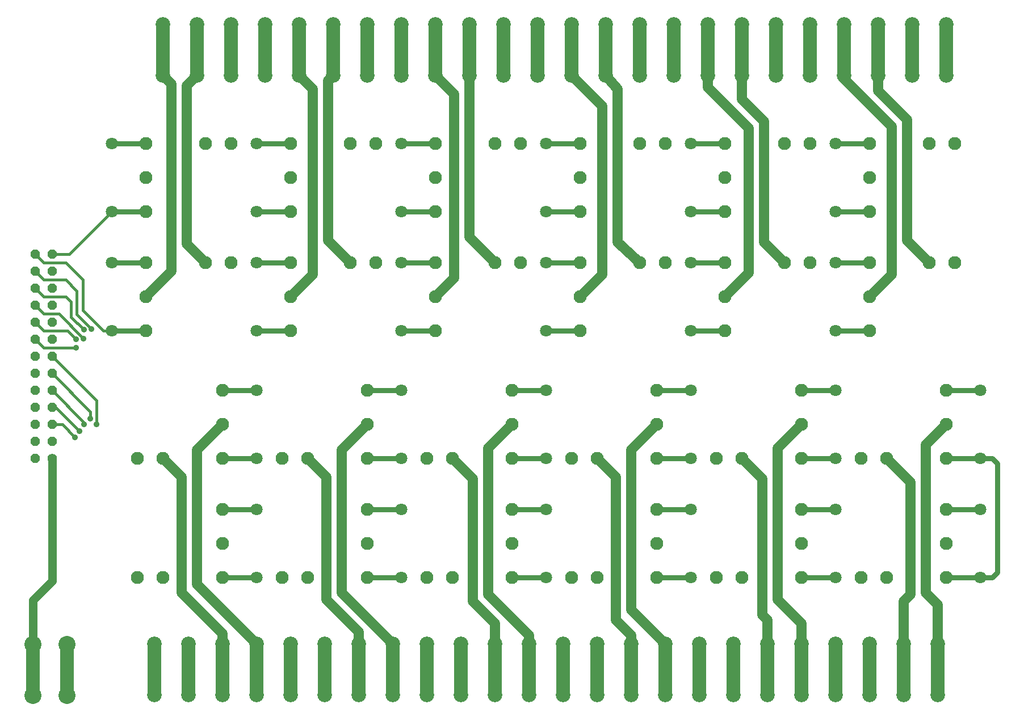
<source format=gbl>
G75*
%MOIN*%
%OFA0B0*%
%FSLAX25Y25*%
%IPPOS*%
%LPD*%
%AMOC8*
5,1,8,0,0,1.08239X$1,22.5*
%
%ADD10C,0.05600*%
%ADD11OC8,0.05600*%
%ADD12C,0.07087*%
%ADD13C,0.07677*%
%ADD14C,0.10000*%
%ADD15C,0.08600*%
%ADD16C,0.03000*%
%ADD17C,0.08000*%
%ADD18C,0.05000*%
%ADD19C,0.06000*%
%ADD20C,0.03569*%
%ADD21C,0.01600*%
D10*
X0062838Y0175744D03*
D11*
X0052838Y0175744D03*
X0052838Y0185744D03*
X0062838Y0185744D03*
X0062838Y0195744D03*
X0052838Y0195744D03*
X0052838Y0205744D03*
X0062838Y0205744D03*
X0062838Y0215744D03*
X0052838Y0215744D03*
X0052838Y0225744D03*
X0062838Y0225744D03*
X0062838Y0235744D03*
X0052838Y0235744D03*
X0052838Y0245744D03*
X0062838Y0245744D03*
X0062838Y0255744D03*
X0052838Y0255744D03*
X0052838Y0265744D03*
X0062838Y0265744D03*
X0062838Y0275744D03*
X0052838Y0275744D03*
X0052838Y0285744D03*
X0062838Y0285744D03*
X0062838Y0295744D03*
X0052838Y0295744D03*
D12*
X0097838Y0290744D03*
X0097838Y0320744D03*
X0097838Y0360744D03*
X0182838Y0360744D03*
X0182838Y0320744D03*
X0182838Y0290744D03*
X0182838Y0250744D03*
X0182838Y0215744D03*
X0182838Y0175744D03*
X0182838Y0145744D03*
X0182838Y0105744D03*
X0267838Y0105744D03*
X0267838Y0145744D03*
X0267838Y0175744D03*
X0267838Y0215744D03*
X0267838Y0250744D03*
X0267838Y0290744D03*
X0267838Y0320744D03*
X0267838Y0360744D03*
X0352838Y0360744D03*
X0352838Y0320744D03*
X0352838Y0290744D03*
X0352838Y0250744D03*
X0352838Y0215744D03*
X0352838Y0175744D03*
X0352838Y0145744D03*
X0352838Y0105744D03*
X0437838Y0105744D03*
X0437838Y0145744D03*
X0437838Y0175744D03*
X0437838Y0215744D03*
X0437838Y0250744D03*
X0437838Y0290744D03*
X0437838Y0320744D03*
X0437838Y0360744D03*
X0522838Y0360744D03*
X0522838Y0320744D03*
X0522838Y0290744D03*
X0522838Y0250744D03*
X0522838Y0215744D03*
X0522838Y0175744D03*
X0522838Y0145744D03*
X0522838Y0105744D03*
X0607838Y0105744D03*
X0607838Y0145744D03*
X0607838Y0175744D03*
X0607838Y0215744D03*
X0097838Y0250744D03*
D13*
X0117838Y0250744D03*
X0117838Y0270744D03*
X0117838Y0290744D03*
X0152838Y0290744D03*
X0167838Y0290744D03*
X0202838Y0290744D03*
X0202838Y0270744D03*
X0202838Y0250744D03*
X0162838Y0215744D03*
X0162838Y0195744D03*
X0162838Y0175744D03*
X0197838Y0175744D03*
X0212838Y0175744D03*
X0247838Y0175744D03*
X0247838Y0195744D03*
X0247838Y0215744D03*
X0282838Y0175744D03*
X0297838Y0175744D03*
X0332838Y0175744D03*
X0332838Y0195744D03*
X0332838Y0215744D03*
X0367838Y0175744D03*
X0382838Y0175744D03*
X0417838Y0175744D03*
X0417838Y0195744D03*
X0417838Y0215744D03*
X0452838Y0175744D03*
X0467838Y0175744D03*
X0502838Y0175744D03*
X0502838Y0195744D03*
X0502838Y0215744D03*
X0537838Y0175744D03*
X0552838Y0175744D03*
X0587838Y0175744D03*
X0587838Y0195744D03*
X0587838Y0215744D03*
X0542838Y0250744D03*
X0542838Y0270744D03*
X0542838Y0290744D03*
X0507838Y0290744D03*
X0492838Y0290744D03*
X0457838Y0290744D03*
X0457838Y0270744D03*
X0457838Y0250744D03*
X0422838Y0290744D03*
X0407838Y0290744D03*
X0372838Y0290744D03*
X0372838Y0270744D03*
X0372838Y0250744D03*
X0337838Y0290744D03*
X0322838Y0290744D03*
X0287838Y0290744D03*
X0287838Y0270744D03*
X0287838Y0250744D03*
X0252838Y0290744D03*
X0237838Y0290744D03*
X0202838Y0320744D03*
X0202838Y0340744D03*
X0202838Y0360744D03*
X0167838Y0360744D03*
X0152838Y0360744D03*
X0117838Y0360744D03*
X0117838Y0340744D03*
X0117838Y0320744D03*
X0237838Y0360744D03*
X0252838Y0360744D03*
X0287838Y0360744D03*
X0287838Y0340744D03*
X0287838Y0320744D03*
X0322838Y0360744D03*
X0337838Y0360744D03*
X0372838Y0360744D03*
X0372838Y0340744D03*
X0372838Y0320744D03*
X0407838Y0360744D03*
X0422838Y0360744D03*
X0457838Y0360744D03*
X0457838Y0340744D03*
X0457838Y0320744D03*
X0492838Y0360744D03*
X0507838Y0360744D03*
X0542838Y0360744D03*
X0542838Y0340744D03*
X0542838Y0320744D03*
X0577838Y0290744D03*
X0592838Y0290744D03*
X0592838Y0360744D03*
X0577838Y0360744D03*
X0587838Y0145744D03*
X0587838Y0125744D03*
X0587838Y0105744D03*
X0552838Y0105744D03*
X0537838Y0105744D03*
X0502838Y0105744D03*
X0502838Y0125744D03*
X0502838Y0145744D03*
X0467838Y0105744D03*
X0452838Y0105744D03*
X0417838Y0105744D03*
X0417838Y0125744D03*
X0417838Y0145744D03*
X0382838Y0105744D03*
X0367838Y0105744D03*
X0332838Y0105744D03*
X0332838Y0125744D03*
X0332838Y0145744D03*
X0297838Y0105744D03*
X0282838Y0105744D03*
X0247838Y0105744D03*
X0247838Y0125744D03*
X0247838Y0145744D03*
X0212838Y0105744D03*
X0197838Y0105744D03*
X0162838Y0105744D03*
X0162838Y0125744D03*
X0162838Y0145744D03*
X0127838Y0175744D03*
X0112838Y0175744D03*
X0112838Y0105744D03*
X0127838Y0105744D03*
D14*
X0051617Y0036650D03*
X0071617Y0036650D03*
X0071617Y0066650D03*
X0051617Y0066650D03*
D15*
X0122838Y0066744D03*
X0142838Y0066744D03*
X0162838Y0066744D03*
X0182838Y0066744D03*
X0202838Y0066744D03*
X0222838Y0066744D03*
X0242838Y0066744D03*
X0262838Y0066744D03*
X0282838Y0066744D03*
X0302838Y0066744D03*
X0322838Y0066744D03*
X0342838Y0066744D03*
X0362838Y0066744D03*
X0382838Y0066744D03*
X0402838Y0066744D03*
X0422838Y0066744D03*
X0442838Y0066744D03*
X0462838Y0066744D03*
X0482838Y0066744D03*
X0502838Y0066744D03*
X0522838Y0066744D03*
X0542838Y0066744D03*
X0562838Y0066744D03*
X0582838Y0066744D03*
X0582838Y0036744D03*
X0562838Y0036744D03*
X0542838Y0036744D03*
X0522838Y0036744D03*
X0502838Y0036744D03*
X0482838Y0036744D03*
X0462838Y0036744D03*
X0442838Y0036744D03*
X0422838Y0036744D03*
X0402838Y0036744D03*
X0382838Y0036744D03*
X0362838Y0036744D03*
X0342838Y0036744D03*
X0322838Y0036744D03*
X0302838Y0036744D03*
X0282838Y0036744D03*
X0262838Y0036744D03*
X0242838Y0036744D03*
X0222838Y0036744D03*
X0202838Y0036744D03*
X0182838Y0036744D03*
X0162838Y0036744D03*
X0142838Y0036744D03*
X0122838Y0036744D03*
X0127838Y0400744D03*
X0147838Y0400744D03*
X0167838Y0400744D03*
X0187838Y0400744D03*
X0207838Y0400744D03*
X0227838Y0400744D03*
X0247838Y0400744D03*
X0267838Y0400744D03*
X0287838Y0400744D03*
X0307838Y0400744D03*
X0327838Y0400744D03*
X0347838Y0400744D03*
X0367838Y0400744D03*
X0387838Y0400744D03*
X0407838Y0400744D03*
X0427838Y0400744D03*
X0447838Y0400744D03*
X0467838Y0400744D03*
X0487838Y0400744D03*
X0507838Y0400744D03*
X0527838Y0400744D03*
X0547838Y0400744D03*
X0567838Y0400744D03*
X0587838Y0400744D03*
X0587838Y0430744D03*
X0567838Y0430744D03*
X0547838Y0430744D03*
X0527838Y0430744D03*
X0507838Y0430744D03*
X0487838Y0430744D03*
X0467838Y0430744D03*
X0447838Y0430744D03*
X0427838Y0430744D03*
X0407838Y0430744D03*
X0387838Y0430744D03*
X0367838Y0430744D03*
X0347838Y0430744D03*
X0327838Y0430744D03*
X0307838Y0430744D03*
X0287838Y0430744D03*
X0267838Y0430744D03*
X0247838Y0430744D03*
X0227838Y0430744D03*
X0207838Y0430744D03*
X0187838Y0430744D03*
X0167838Y0430744D03*
X0147838Y0430744D03*
X0127838Y0430744D03*
D16*
X0117838Y0360744D02*
X0097838Y0360744D01*
X0097838Y0320744D02*
X0117838Y0320744D01*
X0117838Y0290744D02*
X0097838Y0290744D01*
X0097838Y0250744D02*
X0117838Y0250744D01*
X0162838Y0215744D02*
X0182838Y0215744D01*
X0182838Y0250744D02*
X0202838Y0250744D01*
X0247838Y0215744D02*
X0267838Y0215744D01*
X0267838Y0250744D02*
X0287838Y0250744D01*
X0332838Y0215744D02*
X0352838Y0215744D01*
X0352838Y0250744D02*
X0372838Y0250744D01*
X0417838Y0215744D02*
X0437838Y0215744D01*
X0437838Y0250744D02*
X0457838Y0250744D01*
X0502838Y0215744D02*
X0522838Y0215744D01*
X0522838Y0250744D02*
X0542838Y0250744D01*
X0587838Y0215744D02*
X0607838Y0215744D01*
X0607838Y0175744D02*
X0587838Y0175744D01*
X0607838Y0175744D02*
X0614838Y0175744D01*
X0617838Y0172744D01*
X0617838Y0108744D01*
X0614838Y0105744D01*
X0607838Y0105744D01*
X0587838Y0105744D01*
X0587838Y0145744D02*
X0607838Y0145744D01*
X0522838Y0145744D02*
X0502838Y0145744D01*
X0502838Y0175744D02*
X0522838Y0175744D01*
X0437838Y0175744D02*
X0417838Y0175744D01*
X0417838Y0145744D02*
X0437838Y0145744D01*
X0437838Y0105744D02*
X0417838Y0105744D01*
X0352838Y0105744D02*
X0332838Y0105744D01*
X0332838Y0145744D02*
X0352838Y0145744D01*
X0352838Y0175744D02*
X0332838Y0175744D01*
X0267838Y0175744D02*
X0247838Y0175744D01*
X0247838Y0145744D02*
X0267838Y0145744D01*
X0267838Y0105744D02*
X0247838Y0105744D01*
X0182838Y0105744D02*
X0162838Y0105744D01*
X0162838Y0145744D02*
X0182838Y0145744D01*
X0182838Y0175744D02*
X0162838Y0175744D01*
X0182838Y0290744D02*
X0202838Y0290744D01*
X0202838Y0320744D02*
X0182838Y0320744D01*
X0182838Y0360744D02*
X0202838Y0360744D01*
X0267838Y0360744D02*
X0287838Y0360744D01*
X0287838Y0320744D02*
X0267838Y0320744D01*
X0267838Y0290744D02*
X0287838Y0290744D01*
X0352838Y0290744D02*
X0372838Y0290744D01*
X0372838Y0320744D02*
X0352838Y0320744D01*
X0352838Y0360744D02*
X0372838Y0360744D01*
X0437838Y0360744D02*
X0457838Y0360744D01*
X0457838Y0320744D02*
X0437838Y0320744D01*
X0437838Y0290744D02*
X0457838Y0290744D01*
X0522838Y0290744D02*
X0542838Y0290744D01*
X0542838Y0320744D02*
X0522838Y0320744D01*
X0522838Y0360744D02*
X0542838Y0360744D01*
X0522838Y0105744D02*
X0502838Y0105744D01*
D17*
X0502838Y0066744D02*
X0502838Y0036744D01*
X0522838Y0036744D02*
X0522838Y0066744D01*
X0542838Y0066744D02*
X0542838Y0036744D01*
X0562838Y0036744D02*
X0562838Y0066744D01*
X0582838Y0066744D02*
X0582838Y0036744D01*
X0482838Y0036744D02*
X0482838Y0066744D01*
X0462838Y0066744D02*
X0462838Y0036744D01*
X0442838Y0036744D02*
X0442838Y0066744D01*
X0422838Y0066744D02*
X0422838Y0036744D01*
X0402838Y0036744D02*
X0402838Y0066744D01*
X0382838Y0066744D02*
X0382838Y0036744D01*
X0362838Y0036744D02*
X0362838Y0066744D01*
X0342838Y0066744D02*
X0342838Y0036744D01*
X0322838Y0036744D02*
X0322838Y0066744D01*
X0302838Y0066744D02*
X0302838Y0036744D01*
X0282838Y0036744D02*
X0282838Y0066744D01*
X0262838Y0066744D02*
X0262838Y0036744D01*
X0242838Y0036744D02*
X0242838Y0066744D01*
X0222838Y0066744D02*
X0222838Y0036744D01*
X0202838Y0036744D02*
X0202838Y0066744D01*
X0182838Y0066744D02*
X0182838Y0036744D01*
X0162838Y0036744D02*
X0162838Y0066744D01*
X0142838Y0066744D02*
X0142838Y0036744D01*
X0122838Y0036744D02*
X0122838Y0066744D01*
X0071617Y0066650D02*
X0071617Y0036650D01*
X0051617Y0036650D02*
X0051617Y0066650D01*
X0127838Y0400744D02*
X0127838Y0430744D01*
X0147838Y0430744D02*
X0147838Y0400744D01*
X0167838Y0400744D02*
X0167838Y0430744D01*
X0187838Y0430744D02*
X0187838Y0400744D01*
X0207838Y0400744D02*
X0207838Y0430744D01*
X0227838Y0430744D02*
X0227838Y0400744D01*
X0247838Y0400744D02*
X0247838Y0430744D01*
X0267838Y0430744D02*
X0267838Y0400744D01*
X0287838Y0400744D02*
X0287838Y0430744D01*
X0307838Y0430744D02*
X0307838Y0400744D01*
X0327838Y0400744D02*
X0327838Y0430744D01*
X0347838Y0430744D02*
X0347838Y0400744D01*
X0367838Y0400744D02*
X0367838Y0430744D01*
X0387838Y0430744D02*
X0387838Y0400744D01*
X0407838Y0400744D02*
X0407838Y0430744D01*
X0427838Y0430744D02*
X0427838Y0400744D01*
X0447838Y0400744D02*
X0447838Y0430744D01*
X0467838Y0430744D02*
X0467838Y0400744D01*
X0487838Y0400744D02*
X0487838Y0430744D01*
X0507838Y0430744D02*
X0507838Y0400744D01*
X0527838Y0400744D02*
X0527838Y0430744D01*
X0547838Y0430744D02*
X0547838Y0400744D01*
X0567838Y0400744D02*
X0567838Y0430744D01*
X0587838Y0430744D02*
X0587838Y0400744D01*
D18*
X0062838Y0175744D02*
X0062838Y0103744D01*
X0051617Y0092524D01*
X0051617Y0066650D01*
D19*
X0138838Y0096744D02*
X0138838Y0164744D01*
X0127838Y0175744D01*
X0147838Y0180744D02*
X0147838Y0101744D01*
X0182838Y0066744D01*
X0162838Y0066744D02*
X0162838Y0072744D01*
X0138838Y0096744D01*
X0223838Y0092744D02*
X0223838Y0164744D01*
X0212838Y0175744D01*
X0232838Y0180744D02*
X0232838Y0096744D01*
X0262838Y0066744D01*
X0242838Y0066744D02*
X0242838Y0073744D01*
X0223838Y0092744D01*
X0309838Y0091744D02*
X0309838Y0163744D01*
X0297838Y0175744D01*
X0318838Y0181744D02*
X0332838Y0195744D01*
X0318838Y0181744D02*
X0318838Y0095744D01*
X0342838Y0071744D01*
X0342838Y0066744D01*
X0322838Y0066744D02*
X0322838Y0078744D01*
X0309838Y0091744D01*
X0393838Y0080744D02*
X0393838Y0164744D01*
X0382838Y0175744D01*
X0402838Y0180744D02*
X0402838Y0086744D01*
X0422838Y0066744D01*
X0402838Y0066744D02*
X0402838Y0071744D01*
X0393838Y0080744D01*
X0479838Y0083744D02*
X0479838Y0163744D01*
X0467838Y0175744D01*
X0488838Y0181744D02*
X0488838Y0092744D01*
X0502838Y0078744D01*
X0502838Y0066744D01*
X0482838Y0066744D02*
X0482838Y0080744D01*
X0479838Y0083744D01*
X0562838Y0091744D02*
X0562838Y0066744D01*
X0582838Y0066744D02*
X0582838Y0089744D01*
X0575838Y0096744D01*
X0575838Y0183744D01*
X0587838Y0195744D01*
X0566838Y0161744D02*
X0552838Y0175744D01*
X0566838Y0161744D02*
X0566838Y0095744D01*
X0562838Y0091744D01*
X0488838Y0181744D02*
X0502838Y0195744D01*
X0417838Y0195744D02*
X0402838Y0180744D01*
X0372838Y0270744D02*
X0385838Y0283744D01*
X0385838Y0382744D01*
X0367838Y0400744D01*
X0387838Y0400744D02*
X0394838Y0392744D01*
X0394838Y0302744D01*
X0407838Y0290744D01*
X0457838Y0270744D02*
X0471838Y0284744D01*
X0471838Y0369744D01*
X0447838Y0393744D01*
X0447838Y0400744D01*
X0467838Y0400744D02*
X0467838Y0386744D01*
X0480838Y0373744D01*
X0480838Y0302744D01*
X0492838Y0290744D01*
X0542838Y0270744D02*
X0555838Y0283744D01*
X0555838Y0370744D01*
X0527838Y0398744D01*
X0527838Y0400744D01*
X0547838Y0400744D02*
X0547838Y0391744D01*
X0564838Y0374744D01*
X0564838Y0303744D01*
X0577838Y0290744D01*
X0322838Y0290744D02*
X0307838Y0305744D01*
X0307838Y0400744D01*
X0298838Y0389744D02*
X0298838Y0281744D01*
X0287838Y0270744D01*
X0237838Y0290744D02*
X0224838Y0303744D01*
X0224838Y0397744D01*
X0227838Y0400744D01*
X0215838Y0392744D02*
X0215838Y0283744D01*
X0202838Y0270744D01*
X0152838Y0290744D02*
X0141838Y0301744D01*
X0141838Y0394744D01*
X0147838Y0400744D01*
X0132838Y0395744D02*
X0132838Y0285744D01*
X0117838Y0270744D01*
X0162838Y0195744D02*
X0147838Y0180744D01*
X0232838Y0180744D02*
X0247838Y0195744D01*
X0298838Y0389744D02*
X0287838Y0400744D01*
X0215838Y0392744D02*
X0207838Y0400744D01*
X0132838Y0395744D02*
X0127838Y0400744D01*
D20*
X0086026Y0251932D03*
X0081491Y0251397D03*
X0081457Y0246363D03*
X0076838Y0245913D03*
X0076838Y0240744D03*
X0085238Y0199244D03*
X0088822Y0195744D03*
X0081654Y0195744D03*
X0079054Y0191744D03*
X0076454Y0188244D03*
D21*
X0068954Y0195744D01*
X0062838Y0195744D01*
X0062838Y0205744D02*
X0065054Y0205744D01*
X0079054Y0191744D01*
X0081654Y0195744D02*
X0081654Y0196928D01*
X0062838Y0215744D01*
X0062838Y0225744D02*
X0085238Y0203344D01*
X0085238Y0199244D01*
X0088822Y0195744D02*
X0088822Y0209760D01*
X0062838Y0235744D01*
X0057838Y0240744D02*
X0076838Y0240744D01*
X0076838Y0245913D02*
X0072006Y0250744D01*
X0057838Y0250744D01*
X0052838Y0255744D01*
X0057838Y0260744D02*
X0067075Y0260744D01*
X0081457Y0246363D01*
X0081491Y0251397D02*
X0073838Y0259050D01*
X0073838Y0267744D01*
X0070838Y0270744D01*
X0057838Y0270744D01*
X0052838Y0275744D01*
X0057838Y0280744D02*
X0052838Y0285744D01*
X0057838Y0280744D02*
X0070838Y0280744D01*
X0077338Y0274244D01*
X0077338Y0260619D01*
X0086026Y0251932D01*
X0092838Y0250744D02*
X0080838Y0262744D01*
X0080838Y0280744D01*
X0070838Y0290744D01*
X0057838Y0290744D01*
X0052838Y0295744D01*
X0062838Y0295744D02*
X0072838Y0295744D01*
X0097838Y0320744D01*
X0052838Y0265744D02*
X0057838Y0260744D01*
X0052838Y0245744D02*
X0057838Y0240744D01*
X0092838Y0250744D02*
X0097838Y0250744D01*
M02*

</source>
